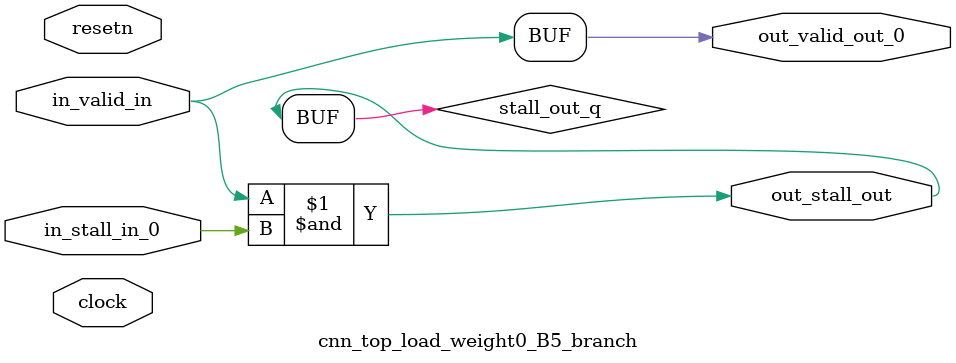
<source format=sv>



(* altera_attribute = "-name AUTO_SHIFT_REGISTER_RECOGNITION OFF; -name MESSAGE_DISABLE 10036; -name MESSAGE_DISABLE 10037; -name MESSAGE_DISABLE 14130; -name MESSAGE_DISABLE 14320; -name MESSAGE_DISABLE 15400; -name MESSAGE_DISABLE 14130; -name MESSAGE_DISABLE 10036; -name MESSAGE_DISABLE 12020; -name MESSAGE_DISABLE 12030; -name MESSAGE_DISABLE 12010; -name MESSAGE_DISABLE 12110; -name MESSAGE_DISABLE 14320; -name MESSAGE_DISABLE 13410; -name MESSAGE_DISABLE 113007; -name MESSAGE_DISABLE 10958" *)
module cnn_top_load_weight0_B5_branch (
    input wire [0:0] in_stall_in_0,
    input wire [0:0] in_valid_in,
    output wire [0:0] out_stall_out,
    output wire [0:0] out_valid_out_0,
    input wire clock,
    input wire resetn
    );

    wire [0:0] stall_out_q;


    // stall_out(LOGICAL,6)
    assign stall_out_q = in_valid_in & in_stall_in_0;

    // out_stall_out(GPOUT,4)
    assign out_stall_out = stall_out_q;

    // out_valid_out_0(GPOUT,5)
    assign out_valid_out_0 = in_valid_in;

endmodule

</source>
